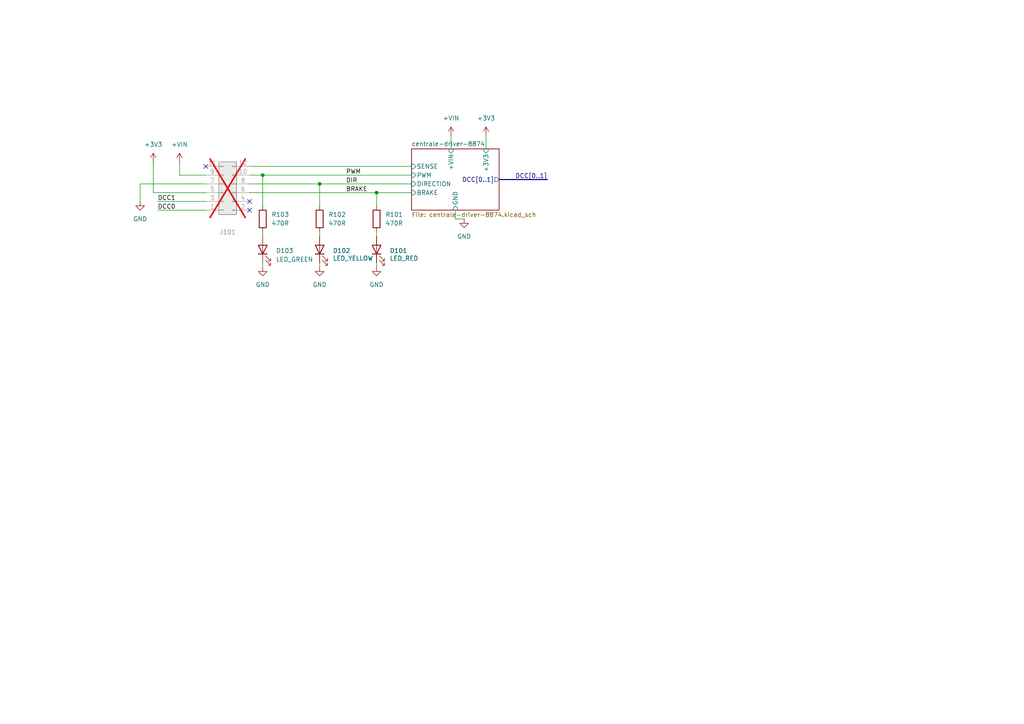
<source format=kicad_sch>
(kicad_sch (version 20231120) (generator "eeschema") (generator_version "8.0")
  (paper "A4")
  (lib_symbols
    (symbol "Connector_Generic:Conn_02x06_Odd_Even" (pin_names (offset 1.016) hide)
      (property "Reference" "J" (at 1.27 7.62 0))
      (property "Value" "Conn_02x06_Odd_Even" (at 1.27 -10.16 0))
      (symbol "Conn_02x06_Odd_Even_1_1"
        (rectangle (start -1.27 -7.493) (end 0 -7.747) (stroke (width 0.1524)))
        (rectangle (start -1.27 -4.953) (end 0 -5.207) (stroke (width 0.1524)))
        (rectangle (start -1.27 -2.413) (end 0 -2.667) (stroke (width 0.1524)))
        (rectangle (start -1.27 0.127) (end 0 -0.127) (stroke (width 0.1524)))
        (rectangle (start -1.27 2.667) (end 0 2.413) (stroke (width 0.1524)))
        (rectangle (start -1.27 5.207) (end 0 4.953) (stroke (width 0.1524)))
        (rectangle (start -1.27 6.35) (end 3.81 -8.89) (stroke (width 0.254)) (fill (type background)))
        (rectangle (start 3.81 -7.493) (end 2.54 -7.747) (stroke (width 0.1524)))
        (rectangle (start 3.81 -4.953) (end 2.54 -5.207) (stroke (width 0.1524)))
        (rectangle (start 3.81 -2.413) (end 2.54 -2.667) (stroke (width 0.1524)))
        (rectangle (start 3.81 0.127) (end 2.54 -0.127) (stroke (width 0.1524)))
        (rectangle (start 3.81 2.667) (end 2.54 2.413) (stroke (width 0.1524)))
        (rectangle (start 3.81 5.207) (end 2.54 4.953) (stroke (width 0.1524)))
        (pin passive line (at -5.08 5.08 0) (length 3.81) (name "Pin_1") (number "1"))
        (pin passive line (at 7.62 -5.08 180) (length 3.81) (name "Pin_10") (number "10"))
        (pin passive line (at -5.08 -7.62 0) (length 3.81) (name "Pin_11") (number "11"))
        (pin passive line (at 7.62 -7.62 180) (length 3.81) (name "Pin_12") (number "12"))
        (pin passive line (at 7.62 5.08 180) (length 3.81) (name "Pin_2") (number "2"))
        (pin passive line (at -5.08 2.54 0) (length 3.81) (name "Pin_3") (number "3"))
        (pin passive line (at 7.62 2.54 180) (length 3.81) (name "Pin_4") (number "4"))
        (pin passive line (at -5.08 0 0) (length 3.81) (name "Pin_5") (number "5"))
        (pin passive line (at 7.62 0 180) (length 3.81) (name "Pin_6") (number "6"))
        (pin passive line (at -5.08 -2.54 0) (length 3.81) (name "Pin_7") (number "7"))
        (pin passive line (at 7.62 -2.54 180) (length 3.81) (name "Pin_8") (number "8"))
        (pin passive line (at -5.08 -5.08 0) (length 3.81) (name "Pin_9") (number "9"))
      )
    )
    (symbol "Device:LED" (pin_numbers hide) (pin_names (offset 1.016) hide)
      (property "Reference" "D" (at 0 2.54 0))
      (property "Value" "LED" (at 0 -2.54 0))
      (symbol "LED_0_1"
        (polyline (pts (xy -1.27 -1.27) (xy -1.27 1.27)) (stroke (width 0.254)))
        (polyline (pts (xy -1.27 0) (xy 1.27 0)))
        (polyline (pts (xy 1.27 -1.27) (xy 1.27 1.27) (xy -1.27 0) (xy 1.27 -1.27)) (stroke (width 0.254)))
        (polyline (pts (xy -3.048 -0.762) (xy -4.572 -2.286) (xy -3.81 -2.286) (xy -4.572 -2.286) (xy -4.572 -1.524)))
        (polyline (pts (xy -1.778 -0.762) (xy -3.302 -2.286) (xy -2.54 -2.286) (xy -3.302 -2.286) (xy -3.302 -1.524)))
      )
      (symbol "LED_1_1"
        (pin passive line (at -3.81 0 0) (length 2.54) (name "K") (number "1"))
        (pin passive line (at 3.81 0 180) (length 2.54) (name "A") (number "2"))
      )
    )
    (symbol "Device:R" (pin_numbers hide) (pin_names (offset 0))
      (property "Reference" "R" (at 2.032 0 90))
      (property "Value" "R" (at 0 0 90))
      (symbol "R_0_1"
        (rectangle (start -1.016 -2.54) (end 1.016 2.54) (stroke (width 0.254)))
      )
      (symbol "R_1_1"
        (pin passive line (at 0 3.81 270) (length 1.27) (name "~") (number "1"))
        (pin passive line (at 0 -3.81 90) (length 1.27) (name "~") (number "2"))
      )
    )
    (symbol "power:+3V3" (power) (pin_names (offset 0))
      (property "Value" "+3V3" (at 0 3.556 0))
      (symbol "+3V3_0_1"
        (polyline (pts (xy -0.762 1.27) (xy 0 2.54)))
        (polyline (pts (xy 0 0) (xy 0 2.54)))
        (polyline (pts (xy 0 2.54) (xy 0.762 1.27)))
      )
      (symbol "+3V3_1_1"
        (pin power_in line (at 0 0 90) (length 0) hide (name "+3V3") (number "1"))
      )
    )
    (symbol "power:GND" (power) (pin_names (offset 0))
      (property "Value" "GND" (at 0 -3.81 0))
      (symbol "GND_0_1"
        (polyline (pts (xy 0 0) (xy 0 -1.27) (xy 1.27 -1.27) (xy 0 -2.54) (xy -1.27 -1.27) (xy 0 -1.27)))
      )
      (symbol "GND_1_1"
        (pin power_in line (at 0 0 270) (length 0) hide (name "GND") (number "1"))
      )
    )
  )
  (junction (at 92.71 53.34))
  (junction (at 109.22 55.88))
  (junction (at 76.2 50.8))
  (no_connect (at 59.69 48.26))
  (no_connect (at 72.39 60.96))
  (no_connect (at 72.39 58.42))
  (wire (pts (xy 76.2 67.31) (xy 76.2 68.58)))
  (wire (pts (xy 52.07 50.8) (xy 52.07 46.99)))
  (wire (pts (xy 109.22 55.88) (xy 119.38 55.88)))
  (wire (pts (xy 72.39 48.26) (xy 119.38 48.26)))
  (wire (pts (xy 44.45 55.88) (xy 59.69 55.88)))
  (wire (pts (xy 92.71 67.31) (xy 92.71 68.58)))
  (wire (pts (xy 76.2 50.8) (xy 76.2 59.69)))
  (wire (pts (xy 109.22 77.47) (xy 109.22 76.2)))
  (wire (pts (xy 52.07 50.8) (xy 59.69 50.8)))
  (wire (pts (xy 45.72 58.42) (xy 59.69 58.42)))
  (wire (pts (xy 109.22 67.31) (xy 109.22 68.58)))
  (wire (pts (xy 59.69 60.96) (xy 45.72 60.96)))
  (wire (pts (xy 40.64 53.34) (xy 59.69 53.34)))
  (wire (pts (xy 92.71 53.34) (xy 92.71 59.69)))
  (wire (pts (xy 130.81 39.37) (xy 130.81 43.18)))
  (wire (pts (xy 132.08 60.96) (xy 132.08 63.5)))
  (wire (pts (xy 72.39 50.8) (xy 76.2 50.8)))
  (bus (pts (xy 144.78 52.07) (xy 158.75 52.07)))
  (wire (pts (xy 44.45 46.99) (xy 44.45 55.88)))
  (wire (pts (xy 72.39 53.34) (xy 92.71 53.34)))
  (wire (pts (xy 40.64 58.42) (xy 40.64 53.34)))
  (wire (pts (xy 76.2 50.8) (xy 119.38 50.8)))
  (wire (pts (xy 92.71 53.34) (xy 119.38 53.34)))
  (wire (pts (xy 109.22 55.88) (xy 109.22 59.69)))
  (wire (pts (xy 132.08 63.5) (xy 134.62 63.5)))
  (wire (pts (xy 140.97 39.37) (xy 140.97 43.18)))
  (wire (pts (xy 72.39 55.88) (xy 109.22 55.88)))
  (wire (pts (xy 92.71 77.47) (xy 92.71 76.2)))
  (wire (pts (xy 76.2 77.47) (xy 76.2 76.2)))
  (label "DCC0" (at 45.72 60.96 0))
  (label "DCC1" (at 45.72 58.42 0))
  (label "DCC[0..1]" (at 158.75 52.07 180))
  (label "DIR" (at 100.33 53.34 0))
  (label "PWM" (at 100.33 50.8 0))
  (label "BRAKE" (at 100.33 55.88 0))
  (symbol (lib_id "Connector_Generic:Conn_02x06_Odd_Even") (at 64.77 55.88 0) (mirror x) (unit 1) (in_bom no) (dnp yes)
    (property "Reference" "J101" (at 66.04 67.31 0))
    (property "Value" "Conn_02x06_Odd_Even" (effects (hide yes)))
    (property "Footprint" "Connector_PinHeader_2.54mm:PinHeader_2x06_P2.54mm_Horizontal" (effects (hide yes)))
    (property "Description" "Generic connector, double row, 02x06, odd/even pin numbering scheme (row 1 odd numbers, row 2 even numbers), script generated (kicad-library-utils/schlib/autogen/connector/)" (effects (hide yes)))
  )
  (symbol (lib_id "Device:LED") (at 109.22 72.39 90) (unit 1)
    (property "Reference" "D101" (at 113.03 72.7074 90) (effects (justify right)))
    (property "Value" "LED_RED" (at 113.03 74.93 90) (effects (justify right)))
    (property "Footprint" "LED_SMD:LED_0603_1608Metric_Pad1.05x0.95mm_HandSolder" (effects (hide yes)))
    (property "Description" "Light emitting diode" (effects (hide yes)))
    (property "OLI_ID" "LED-RED_0603" (effects (hide yes)))
  )
  (symbol (lib_id "Device:R") (at 92.71 63.5 0) (unit 1)
    (property "Reference" "R102" (at 95.25 62.2299 0) (effects (justify left)))
    (property "Value" "470R" (at 95.25 64.7699 0) (effects (justify left)))
    (property "Footprint" "Resistor_SMD:R_0805_2012Metric_Pad1.20x1.40mm_HandSolder" (effects (hide yes)))
    (property "Description" "Resistor" (effects (hide yes)))
    (property "OLI_ID" "470R_0805" (effects (hide yes)))
  )
  (symbol (lib_id "power:GND") (at 109.22 77.47 0) (mirror y) (unit 1)
    (property "Reference" "#PWR0104" (effects (hide yes)))
    (property "Value" "GND" (at 109.22 82.55 0))
    (property "Description" "Power symbol creates a global label with name \"GND\" , ground" (effects (hide yes)))
  )
  (symbol (lib_id "power:+3V3") (at 44.45 46.99 0) (unit 1)
    (property "Reference" "#PWR0101" (effects (hide yes)))
    (property "Value" "+3V3" (at 44.45 41.91 0))
    (property "Description" "Power symbol creates a global label with name \"+3V3\"" (effects (hide yes)))
  )
  (symbol (lib_id "power:+3V3") (at 130.81 39.37 0) (mirror y) (unit 1)
    (property "Reference" "#PWR0118" (effects (hide yes)))
    (property "Value" "+VIN" (at 130.81 34.29 0))
    (property "Description" "Power symbol creates a global label with name \"+3V3\"" (effects (hide yes)))
  )
  (symbol (lib_id "power:+3V3") (at 52.07 46.99 0) (unit 1)
    (property "Reference" "#PWR0103" (effects (hide yes)))
    (property "Value" "+VIN" (at 52.07 41.91 0))
    (property "Description" "Power symbol creates a global label with name \"+3V3\"" (effects (hide yes)))
  )
  (symbol (lib_id "power:GND") (at 40.64 58.42 0) (mirror y) (unit 1)
    (property "Reference" "#PWR0102" (effects (hide yes)))
    (property "Value" "GND" (at 40.64 63.5 0))
    (property "Description" "Power symbol creates a global label with name \"GND\" , ground" (effects (hide yes)))
  )
  (symbol (lib_id "Device:LED") (at 76.2 72.39 90) (unit 1)
    (property "Reference" "D103" (at 80.01 72.7074 90) (effects (justify right)))
    (property "Value" "LED_GREEN" (at 80.01 75.2474 90) (effects (justify right)))
    (property "Footprint" "LED_SMD:LED_0603_1608Metric_Pad1.05x0.95mm_HandSolder" (effects (hide yes)))
    (property "Description" "Light emitting diode" (effects (hide yes)))
    (property "OLI_ID" "LED-GREEN_0603" (effects (hide yes)))
  )
  (symbol (lib_id "power:GND") (at 92.71 77.47 0) (unit 1)
    (property "Reference" "#PWR0105" (effects (hide yes)))
    (property "Value" "GND" (at 92.71 82.55 0))
    (property "Description" "Power symbol creates a global label with name \"GND\" , ground" (effects (hide yes)))
  )
  (symbol (lib_id "power:GND") (at 76.2 77.47 0) (unit 1)
    (property "Reference" "#PWR0106" (effects (hide yes)))
    (property "Value" "GND" (at 76.2 82.55 0))
    (property "Description" "Power symbol creates a global label with name \"GND\" , ground" (effects (hide yes)))
  )
  (symbol (lib_id "Device:R") (at 109.22 63.5 0) (unit 1)
    (property "Reference" "R101" (at 111.76 62.2299 0) (effects (justify left)))
    (property "Value" "470R" (at 111.76 64.7699 0) (effects (justify left)))
    (property "Footprint" "Resistor_SMD:R_0805_2012Metric_Pad1.20x1.40mm_HandSolder" (effects (hide yes)))
    (property "Description" "Resistor" (effects (hide yes)))
    (property "OLI_ID" "470R_0805" (effects (hide yes)))
  )
  (symbol (lib_id "power:GND") (at 134.62 63.5 0) (unit 1)
    (property "Reference" "#PWR0123" (effects (hide yes)))
    (property "Value" "GND" (at 134.62 68.58 0))
    (property "Description" "Power symbol creates a global label with name \"GND\" , ground" (effects (hide yes)))
  )
  (symbol (lib_id "power:+3V3") (at 140.97 39.37 0) (mirror y) (unit 1)
    (property "Reference" "#PWR0117" (effects (hide yes)))
    (property "Value" "+3V3" (at 140.97 34.29 0))
    (property "Description" "Power symbol creates a global label with name \"+3V3\"" (effects (hide yes)))
  )
  (symbol (lib_id "Device:LED") (at 92.71 72.39 90) (unit 1)
    (property "Reference" "D102" (at 96.52 72.7074 90) (effects (justify right)))
    (property "Value" "LED_YELLOW" (at 96.52 74.93 90) (effects (justify right)))
    (property "Footprint" "LED_SMD:LED_0603_1608Metric_Pad1.05x0.95mm_HandSolder" (effects (hide yes)))
    (property "Description" "Light emitting diode" (effects (hide yes)))
    (property "OLI_ID" "LED-YELLOW_0603" (effects (hide yes)))
  )
  (symbol (lib_id "Device:R") (at 76.2 63.5 0) (unit 1)
    (property "Reference" "R103" (at 78.74 62.2299 0) (effects (justify left)))
    (property "Value" "470R" (at 78.74 64.7699 0) (effects (justify left)))
    (property "Footprint" "Resistor_SMD:R_0805_2012Metric_Pad1.20x1.40mm_HandSolder" (effects (hide yes)))
    (property "Description" "Resistor" (effects (hide yes)))
    (property "OLI_ID" "470R_0805" (effects (hide yes)))
  )
  (sheet (at 119.38 43.18) (size 25.4 17.78) (stroke (width 0.1524))
    (property "Sheetname" "centrale-driver-8874" (at 119.38 42.4684 0) (effects (justify left bottom)))
    (property "Sheetfile" "centrale-driver-8874.kicad_sch" (at 119.38 61.5446 0) (effects (justify left top)))
    (pin "GND" input (at 132.08 60.96 270))
    (pin "+VIN" input (at 130.81 43.18 90))
    (pin "PWM" input (at 119.38 50.8 180))
    (pin "DIRECTION" input (at 119.38 53.34 180))
    (pin "BRAKE" input (at 119.38 55.88 180))
    (pin "SENSE" input (at 119.38 48.26 180))
    (pin "+3V3" input (at 140.97 43.18 90))
    (pin "DCC[0..1]" output (at 144.78 52.07 0))
  )
)
</source>
